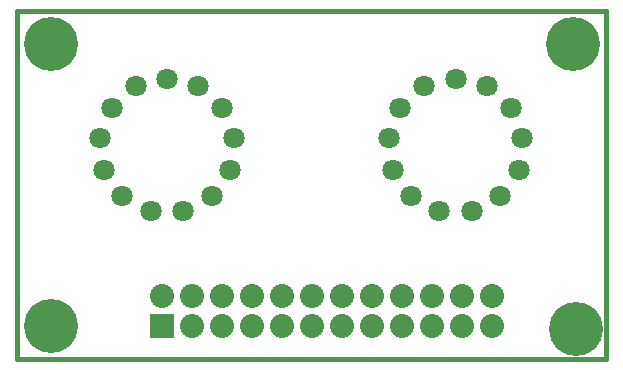
<source format=gbs>
G04 (created by PCBNEW-RS274X (2011-04-29 BZR 2986)-stable) date 6/2/2011 10:57:15 PM*
G01*
G70*
G90*
%MOIN*%
G04 Gerber Fmt 3.4, Leading zero omitted, Abs format*
%FSLAX34Y34*%
G04 APERTURE LIST*
%ADD10C,0.006000*%
%ADD11C,0.015000*%
%ADD12R,0.080000X0.080000*%
%ADD13C,0.080000*%
%ADD14C,0.180000*%
%ADD15C,0.071200*%
G04 APERTURE END LIST*
G54D10*
G54D11*
X07600Y-18600D02*
X27200Y-18600D01*
X07600Y-07000D02*
X27200Y-07000D01*
X07581Y-07000D02*
X07581Y-18600D01*
X27200Y-18600D02*
X27200Y-07000D01*
G54D12*
X12400Y-17500D03*
G54D13*
X12400Y-16500D03*
X13400Y-17500D03*
X13400Y-16500D03*
X14400Y-17500D03*
X14400Y-16500D03*
X15400Y-17500D03*
X15400Y-16500D03*
X16400Y-17500D03*
X16400Y-16500D03*
X17400Y-17500D03*
X17400Y-16500D03*
X18400Y-17500D03*
X18400Y-16500D03*
X19400Y-17500D03*
X19400Y-16500D03*
X20400Y-17500D03*
X20400Y-16500D03*
X21400Y-17500D03*
X21400Y-16500D03*
X22400Y-17500D03*
X22400Y-16500D03*
X23400Y-17500D03*
X23400Y-16500D03*
G54D14*
X26100Y-08100D03*
X26200Y-17600D03*
X08700Y-17500D03*
X08700Y-08100D03*
G54D15*
X12581Y-09256D03*
X13624Y-09512D03*
X14427Y-10224D03*
X14809Y-11228D03*
X14679Y-12295D03*
X14069Y-13181D03*
X13120Y-13677D03*
X12042Y-13677D03*
X11093Y-13181D03*
X10483Y-12295D03*
X10353Y-11228D03*
X10735Y-10224D03*
X11538Y-09512D03*
X22200Y-09256D03*
X23243Y-09512D03*
X24046Y-10224D03*
X24428Y-11228D03*
X24298Y-12295D03*
X23688Y-13181D03*
X22739Y-13677D03*
X21661Y-13677D03*
X20712Y-13181D03*
X20102Y-12295D03*
X19972Y-11228D03*
X20354Y-10224D03*
X21157Y-09512D03*
M02*

</source>
